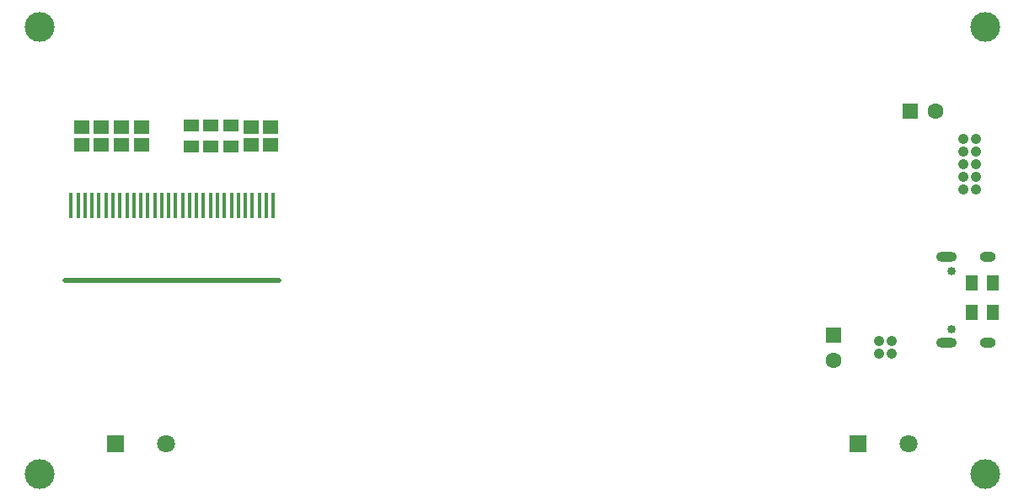
<source format=gbr>
%TF.GenerationSoftware,Altium Limited,Altium Designer,21.0.8 (223)*%
G04 Layer_Color=255*
%FSLAX45Y45*%
%MOMM*%
%TF.SameCoordinates,ED3C5559-8931-45A1-834E-F7BCE4D23214*%
%TF.FilePolarity,Positive*%
%TF.FileFunction,Pads,Bot*%
%TF.Part,Single*%
G01*
G75*
%TA.AperFunction,SMDPad,CuDef*%
%ADD10R,1.50000X1.20000*%
%ADD11R,1.20000X1.50000*%
%ADD17R,1.50000X1.45000*%
%TA.AperFunction,ViaPad*%
%ADD40C,3.00000*%
%TA.AperFunction,ComponentPad*%
%ADD41C,1.05000*%
%ADD42C,1.60000*%
%ADD43R,1.60000X1.60000*%
%ADD44O,1.60000X1.00000*%
%ADD45O,2.10000X1.00000*%
%ADD46C,0.85000*%
%ADD47R,1.80000X1.80000*%
%ADD48C,1.80000*%
%ADD49R,1.60000X1.60000*%
%ADD50O,22.00000X0.50000*%
%TA.AperFunction,SMDPad,CuDef*%
%ADD73R,0.40000X2.50000*%
D10*
X2175000Y3545000D02*
D03*
Y3755000D02*
D03*
X1775000Y3545000D02*
D03*
Y3755000D02*
D03*
X1975000Y3545000D02*
D03*
Y3755000D02*
D03*
D11*
X9620000Y2175000D02*
D03*
X9830000D02*
D03*
X9620000Y1875000D02*
D03*
X9830000D02*
D03*
D17*
X2375000Y3742500D02*
D03*
Y3557500D02*
D03*
X2575000Y3742500D02*
D03*
Y3557500D02*
D03*
X875000D02*
D03*
Y3742500D02*
D03*
X675000D02*
D03*
Y3557500D02*
D03*
X1275000Y3742500D02*
D03*
Y3557500D02*
D03*
X1075000D02*
D03*
Y3742500D02*
D03*
D40*
X250000Y250000D02*
D03*
X9750000D02*
D03*
Y4750000D02*
D03*
X250000D02*
D03*
D41*
X9663500Y3109091D02*
D03*
Y3236091D02*
D03*
X9536500Y3109091D02*
D03*
Y3236091D02*
D03*
X9663500Y3363091D02*
D03*
Y3490091D02*
D03*
X9536500Y3363091D02*
D03*
Y3490091D02*
D03*
X9663500Y3617091D02*
D03*
X9536500D02*
D03*
X8684260Y1590040D02*
D03*
X8811260D02*
D03*
X8684260Y1463040D02*
D03*
X8811260D02*
D03*
D42*
X9252000Y3900000D02*
D03*
X8225000Y1398000D02*
D03*
D43*
X8998000Y3900000D02*
D03*
D44*
X9782000Y1568000D02*
D03*
Y2432000D02*
D03*
D45*
X9364000D02*
D03*
Y1568000D02*
D03*
D46*
X9417000Y2289000D02*
D03*
Y1711000D02*
D03*
D47*
X8476000Y558800D02*
D03*
X1016000D02*
D03*
D48*
X8984000D02*
D03*
X1524000D02*
D03*
D49*
X8225000Y1652000D02*
D03*
D50*
X1584500Y2197600D02*
D03*
D73*
X2599500Y2947600D02*
D03*
X2389500D02*
D03*
X1969500D02*
D03*
X1759500D02*
D03*
X2179500D02*
D03*
X1199500D02*
D03*
X1409500D02*
D03*
X989500D02*
D03*
X2529500D02*
D03*
X2459500D02*
D03*
X2319500D02*
D03*
X2249500D02*
D03*
X2039500D02*
D03*
X2109500D02*
D03*
X1899500D02*
D03*
X1829500D02*
D03*
X1619500D02*
D03*
X1689500D02*
D03*
X1549500D02*
D03*
X1479500D02*
D03*
X1269500D02*
D03*
X1339500D02*
D03*
X1129500D02*
D03*
X1059500D02*
D03*
X919500D02*
D03*
X569500D02*
D03*
X849500D02*
D03*
X639500D02*
D03*
X709500D02*
D03*
X779500D02*
D03*
%TF.MD5,f26c6fe97c24887ec39efd51a5a30b64*%
M02*

</source>
